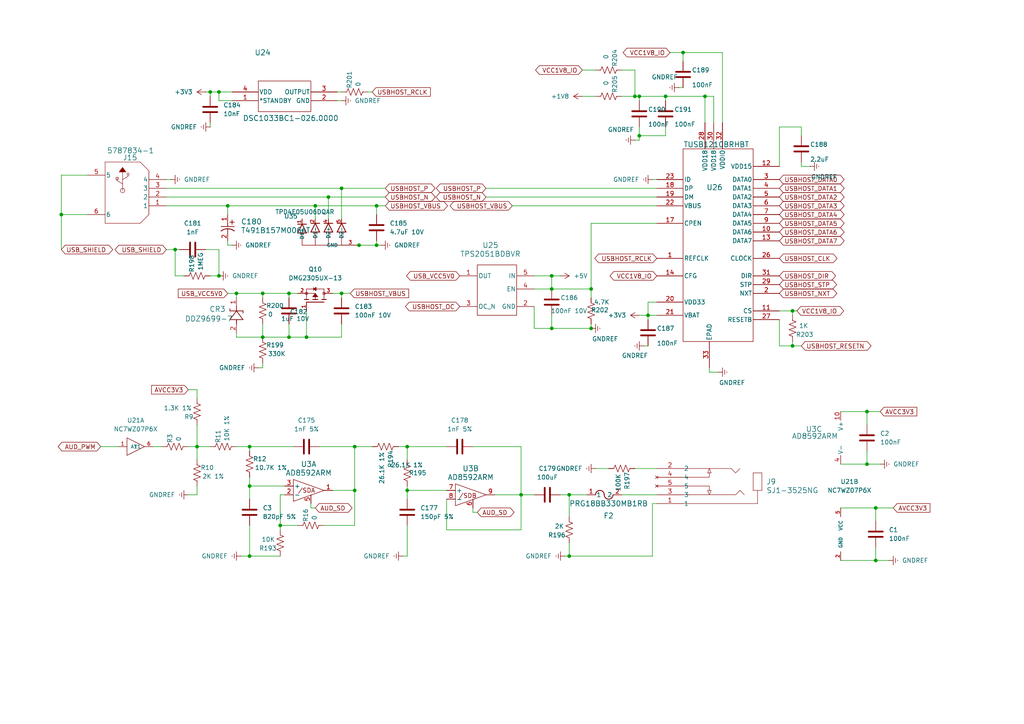
<source format=kicad_sch>
(kicad_sch (version 20231120) (generator "eeschema") (generator_version "8.0")
  (paper "A4")
  (lib_symbols
    (symbol "5787834:5787834-1" (pin_names (offset 0.254))
      (property "Reference" "J15" (at 8.89 0.0001 0))
      (property "Value" "5787834-1" (at 8.89 -2.5399 0))
      (symbol "5787834-1_1_1"
        (pin unspecified line (at 12.7 -5.08 180) (length 5.08) (name "1") (number "1"))
        (pin unspecified line (at 12.7 -2.54 180) (length 5.08) (name "2") (number "2"))
        (pin unspecified line (at 12.7 0 180) (length 5.08) (name "3") (number "3"))
        (pin unspecified line (at 12.7 2.54 180) (length 5.08) (name "4") (number "4"))
        (pin unspecified line (at -10.16 3.81 0) (length 5.08) (name "5") (number "5"))
        (pin unspecified line (at -10.16 -7.62 0) (length 5.08) (name "6") (number "6"))
      )
      (symbol "5787834-1_1_2"
        (pin unspecified line (at -10.16 5.08 0) (length 5.08) (name "1") (number "1"))
        (pin unspecified line (at -10.16 2.54 0) (length 5.08) (name "2") (number "2"))
        (pin unspecified line (at -10.16 0 0) (length 5.08) (name "3") (number "3"))
        (pin unspecified line (at -10.16 -2.54 0) (length 5.08) (name "4") (number "4"))
        (pin unspecified line (at -10.16 -5.08 0) (length 5.08) (name "5") (number "5"))
        (pin unspecified line (at -10.16 -7.62 0) (length 5.08) (name "6") (number "6"))
      )
    )
    (symbol "AD8592ARM:AD8592ARM" (pin_names (offset 0.254))
      (property "Reference" "U" (at 20.32 10.16 0))
      (property "Value" "AD8592ARM" (at 20.32 7.62 0))
      (symbol "AD8592ARM_1_1"
        (text "/SDA" (at -5.08 0 0) (effects (font (size 1.27 1.27))))
        (pin unspecified line (at 2.54 0 180) (length 2.54) (name "") (number "1"))
        (pin unspecified line (at -11.43 -1.27 0) (length 2.54) (name "-") (number "2"))
        (pin unspecified line (at -11.43 1.27 0) (length 2.54) (name "+") (number "3"))
        (pin unspecified line (at -3.81 -3.81 90) (length 2.54) (name "") (number "5"))
      )
      (symbol "AD8592ARM_2_1"
        (text "/SDB" (at -5.334 -0.254 0) (effects (font (size 1.27 1.27))))
        (pin unspecified line (at -3.81 -3.81 90) (length 2.54) (name "") (number "6"))
        (pin unspecified line (at -11.43 1.27 0) (length 2.54) (name "+") (number "7"))
        (pin unspecified line (at -11.43 -1.27 0) (length 2.54) (name "-") (number "8"))
        (pin unspecified line (at 2.54 0 180) (length 2.54) (name "") (number "9"))
      )
      (symbol "AD8592ARM_3_1"
        (pin power_in line (at -6.35 7.62 270) (length 2.54) (name "V+") (number "10"))
        (pin power_in line (at -6.35 -7.62 90) (length 2.54) (name "V-") (number "4"))
      )
    )
    (symbol "DDZ9699-7:DDZ9699-7" (pin_names (offset 0.254))
      (property "Reference" "CR" (at 5.08 4.445 0))
      (property "Value" "DDZ9699-7" (at 5.08 -3.81 0))
      (symbol "DDZ9699-7_0_1"
        (pin unspecified line (at 10.16 0 180) (length 2.54) (name "") (number "1"))
        (pin unspecified line (at 0 0 0) (length 2.54) (name "") (number "2"))
      )
    )
    (symbol "DMG2305UX-13:DMG2305UX-13" (pin_names (offset 1.016))
      (property "Reference" "Q10" (at 8.89 0 90))
      (property "Value" "DMG2305UX-13" (at 6.35 0 90))
      (symbol "DMG2305UX-13_0_0"
        (pin passive line (at -0.635 -2.54 180) (length 2.54) (name "~") (number "1"))
        (pin passive line (at -5.715 -5.08 90) (length 2.54) (name "~") (number "2"))
        (pin passive line (at -5.715 5.08 270) (length 2.54) (name "~") (number "3"))
      )
    )
    (symbol "DSC1033BC1:DSC1033BC1-026.0000" (pin_names (offset 0.254))
      (property "Reference" "U24" (at 25.4 10.16 0))
      (property "Value" "DSC1033BC1-026.0000" (at 25.4 7.62 0))
      (symbol "DSC1033BC1-026.0000_0_1"
        (pin input line (at 16.51 -3.81 0) (length 7.62) (name "*STANDBY") (number "1"))
        (pin power_out line (at 46.99 -3.81 180) (length 7.62) (name "GND") (number "2"))
        (pin output line (at 46.99 -1.27 180) (length 7.62) (name "OUTPUT") (number "3"))
        (pin power_in line (at 16.51 -1.27 0) (length 7.62) (name "VDD") (number "4"))
      )
    )
    (symbol "Device:C" (pin_numbers hide) (pin_names (offset 0.254))
      (property "Reference" "C" (at 0.635 2.54 0))
      (property "Value" "C" (at 0.635 -2.54 0))
      (symbol "C_1_1"
        (pin passive line (at 0 3.81 270) (length 2.794) (name "~") (number "1"))
        (pin passive line (at 0 -3.81 90) (length 2.794) (name "~") (number "2"))
      )
    )
    (symbol "Device:R_US" (pin_numbers hide) (pin_names (offset 0))
      (property "Reference" "R" (at 2.54 0 90))
      (property "Value" "R_US" (at -2.54 0 90))
      (symbol "R_US_1_1"
        (pin passive line (at 0 3.81 270) (length 1.27) (name "~") (number "1"))
        (pin passive line (at 0 -3.81 90) (length 1.27) (name "~") (number "2"))
      )
    )
    (symbol "NC7WZ07P6X_modified_1" (pin_names (offset 1.016))
      (property "Reference" "U3" (at -2.54 7.62 0))
      (property "Value" "NC7WZ07P6X" (at -2.54 5.08 0))
      (symbol "NC7WZ07P6X_modified_1_1_1"
        (pin input line (at -7.62 0 0) (length 2.54) hide (name "A1") (number "1"))
        (pin output line (at 2.54 0 180) (length 2.54) hide (name "Y1") (number "6"))
      )
      (symbol "NC7WZ07P6X_modified_1_2_0"
        (pin passive line (at -5.08 -15.24 90) (length 2.54) (name "GND") (number "2"))
        (pin power_in line (at -5.08 0 270) (length 2.54) (name "VCC") (number "5"))
      )
      (symbol "NC7WZ07P6X_modified_1_3_1"
        (pin input line (at -7.62 0 0) (length 2.54) (name "A2") (number "3"))
        (pin output line (at 2.54 0 180) (length 2.54) (name "Y2") (number "4"))
      )
    )
    (symbol "NC7WZ07P6X_modified_2" (pin_names (offset 1.016))
      (property "Reference" "U17" (at 0 12.7 0))
      (property "Value" "NC7WZ07P6X_modified" (at 0 10.16 0))
      (symbol "NC7WZ07P6X_modified_2_1_1"
        (pin input line (at -7.62 0 0) (length 2.54) (name "A1") (number "1"))
        (pin output line (at 2.54 0 180) (length 2.54) (name "Y1") (number "6"))
      )
      (symbol "NC7WZ07P6X_modified_2_2_0"
        (pin passive line (at -5.08 -15.24 90) (length 2.54) (name "GND") (number "2"))
        (pin power_in line (at -5.08 -1.27 270) (length 2.54) (name "VCC") (number "5"))
      )
      (symbol "NC7WZ07P6X_modified_2_3_1"
        (pin input line (at -7.62 0 0) (length 2.54) (name "A2") (number "3"))
        (pin output line (at 2.54 0 180) (length 2.54) (name "Y2") (number "4"))
      )
    )
    (symbol "PRG18BB330MB1RB:PRG18BB330MB1RB" (pin_names (offset 0.254))
      (property "Reference" "F" (at 5.08 3.175 0))
      (property "Value" "PRG18BB330MB1RB" (at 5.08 -3.175 0))
      (symbol "PRG18BB330MB1RB_1_1"
        (pin unspecified line (at 0 0 0) (length 2.54) (name "1") (number "1"))
        (pin unspecified line (at 10.16 0 180) (length 2.54) (name "2") (number "2"))
      )
      (symbol "PRG18BB330MB1RB_1_2"
        (pin unspecified line (at 0 0 90) (length 2.54) (name "1") (number "1"))
        (pin unspecified line (at 0 10.16 270) (length 2.54) (name "2") (number "2"))
      )
    )
    (symbol "SJ1-3525NG:SJ1-3525NG" (pin_names (offset 0.254))
      (property "Reference" "J9" (at -31.75 -6.3501 0))
      (property "Value" "SJ1-3525NG" (at -31.75 -3.8101 0))
      (symbol "SJ1-3525NG_0_1"
        (pin unspecified line (at 0 0 180) (length 7.62) (name "1") (number "1"))
        (pin unspecified line (at 0 -10.16 180) (length 7.62) (name "2") (number "2"))
        (pin unspecified line (at 0 -2.54 180) (length 7.62) (name "3") (number "3"))
      )
      (symbol "SJ1-3525NG_1_1"
        (pin no_connect line (at 0 -7.62 180) (length 7.62) (name "4") (number "4"))
        (pin no_connect line (at 0 -5.08 180) (length 7.62) (name "5") (number "5"))
      )
    )
    (symbol "T491B157M006AT:T491B157M006AT" (pin_names (offset 0.254))
      (property "Reference" "C" (at 3.81 3.81 0))
      (property "Value" "T491B157M006AT" (at 3.81 -3.81 0))
      (symbol "T491B157M006AT_1_1"
        (pin unspecified line (at 0 0 0) (length 2.54) (name "") (number "1"))
        (pin unspecified line (at 7.62 0 180) (length 2.54) (name "") (number "2"))
      )
      (symbol "T491B157M006AT_1_2"
        (pin unspecified line (at 0 0 270) (length 2.54) (name "") (number "1"))
        (pin unspecified line (at 0 -7.62 90) (length 2.54) (name "") (number "2"))
      )
    )
    (symbol "TP2S051BDBVR:TPS2051BDBVR" (pin_names (offset 0.254))
      (property "Reference" "U25" (at 0 15.24 0))
      (property "Value" "TPS2051BDBVR" (at 0 12.7 0))
      (symbol "TPS2051BDBVR_0_1"
        (pin power_in line (at -8.89 6.35 0) (length 5.08) (name "OUT") (number "1"))
        (pin power_in line (at 12.7 -2.54 180) (length 5.08) (name "GND") (number "2"))
        (pin open_collector line (at -8.89 -2.54 0) (length 5.08) (name "OC_N") (number "3"))
        (pin input line (at 12.7 2.54 180) (length 5.08) (name "EN") (number "4"))
        (pin power_in line (at 12.7 6.35 180) (length 5.08) (name "IN") (number "5"))
      )
    )
    (symbol "TPD4E05U06DQAR:TPD4E05U06DQAR" (pin_names (offset 1.016))
      (property "Reference" "U35" (at -8.89 0.762 0))
      (property "Value" "TPD4E05U06DQAR" (at 1.778 2.032 0))
      (symbol "TPD4E05U06DQAR_0_0"
        (pin power_in line (at 8.89 -7.62 180) (length 5.08) (name "GND") (number "3"))
      )
      (symbol "TPD4E05U06DQAR_1_0"
        (pin bidirectional line (at -7.62 0 270) (length 1.524) (name "D1+") (number "1"))
        (pin passive line (at -17.78 -17.78 0) (length 5.08) hide (name "NC_10") (number "10"))
        (pin bidirectional line (at -3.81 0 270) (length 1.27) (name "D1-") (number "2"))
        (pin bidirectional line (at 0 0 270) (length 1.27) (name "D2+") (number "4"))
        (pin bidirectional line (at 3.81 0 270) (length 1.27) (name "D2-") (number "5"))
        (pin passive line (at -17.78 -10.16 0) (length 5.08) hide (name "NC_6") (number "6"))
        (pin passive line (at -17.78 -12.7 0) (length 5.08) hide (name "NC_7") (number "7"))
        (pin power_in line (at 17.78 -22.86 180) (length 5.08) hide (name "GND__1") (number "8"))
        (pin passive line (at -17.78 -15.24 0) (length 5.08) hide (name "NC_9") (number "9"))
      )
    )
    (symbol "TUSB1210BRHBT:TUSB1210BRHBT" (pin_names (offset 0.254))
      (property "Reference" "U26" (at 35.56 10.16 0))
      (property "Value" "TUSB1210BRHBT" (at 35.56 7.62 0))
      (symbol "TUSB1210BRHBT_0_1"
        (pin input line (at 26.67 -39.37 0) (length 7.62) (name "REFCLK") (number "1"))
        (pin bidirectional line (at 62.23 -31.75 180) (length 7.62) (name "DATA6") (number "10"))
        (pin input line (at 62.23 -54.61 180) (length 7.62) (name "CS") (number "11"))
        (pin power_in line (at 62.23 -12.7 180) (length 7.62) (name "VDD15") (number "12"))
        (pin bidirectional line (at 62.23 -34.29 180) (length 7.62) (name "DATA7") (number "13"))
        (pin input line (at 26.67 -44.45 0) (length 7.62) (name "CFG") (number "14"))
        (pin output line (at 26.67 -29.21 0) (length 7.62) (name "CPEN") (number "17"))
        (pin bidirectional line (at 26.67 -19.05 0) (length 7.62) (name "DP") (number "18"))
        (pin bidirectional line (at 26.67 -21.59 0) (length 7.62) (name "DM") (number "19"))
        (pin output line (at 62.23 -49.53 180) (length 7.62) (name "NXT") (number "2"))
        (pin power_in line (at 26.67 -52.07 0) (length 7.62) (name "VDD33") (number "20"))
        (pin power_in line (at 26.67 -55.88 0) (length 7.62) (name "VBAT") (number "21"))
        (pin power_in line (at 26.67 -24.13 0) (length 7.62) (name "VBUS") (number "22"))
        (pin bidirectional line (at 26.67 -16.51 0) (length 7.62) (name "ID") (number "23"))
        (pin output line (at 62.23 -39.37 180) (length 7.62) (name "CLOCK") (number "26"))
        (pin input line (at 62.23 -57.15 180) (length 7.62) (name "RESETB") (number "27"))
        (pin input line (at 62.23 -46.99 180) (length 7.62) (name "STP") (number "29"))
        (pin bidirectional line (at 62.23 -16.51 180) (length 7.62) (name "DATA0") (number "3"))
        (pin output line (at 62.23 -44.45 180) (length 7.62) (name "DIR") (number "31"))
        (pin unspecified line (at 41.91 -71.12 90) (length 7.62) (name "EPAD") (number "33"))
        (pin bidirectional line (at 62.23 -19.05 180) (length 7.62) (name "DATA1") (number "4"))
        (pin bidirectional line (at 62.23 -21.59 180) (length 7.62) (name "DATA2") (number "5"))
        (pin bidirectional line (at 62.23 -24.13 180) (length 7.62) (name "DATA3") (number "6"))
        (pin bidirectional line (at 62.23 -26.67 180) (length 7.62) (name "DATA4") (number "7"))
        (pin bidirectional line (at 62.23 -29.21 180) (length 7.62) (name "DATA5") (number "9"))
      )
      (symbol "TUSB1210BRHBT_1_1"
        (pin unspecified line (at 124.46 -36.83 0) (length 7.62) hide (name "NC") (number "15"))
        (pin unspecified line (at 124.46 -39.37 0) (length 7.62) hide (name "NC") (number "16"))
        (pin unspecified line (at 127 -30.48 180) (length 7.62) hide (name "NC") (number "24"))
        (pin unspecified line (at 127 -27.94 180) (length 7.62) hide (name "NC") (number "25"))
        (pin power_in line (at 40.64 0 270) (length 7.62) (name "VDD18") (number "28"))
        (pin power_in line (at 43.18 0 270) (length 7.62) (name "VDD18") (number "30"))
        (pin power_in line (at 45.72 0 270) (length 7.62) (name "VDDIO") (number "32"))
        (pin unspecified line (at 127 -33.02 180) (length 7.62) hide (name "NC") (number "8"))
      )
    )
    (symbol "power:+1V8" (power) (pin_numbers hide) (pin_names (offset 0) hide)
      (property "Value" "+1V8" (at 0 3.556 0))
      (symbol "+1V8_1_1"
        (pin power_in line (at 0 0 90) (length 0) (name "~") (number "1"))
      )
    )
    (symbol "power:+3V3" (power) (pin_numbers hide) (pin_names (offset 0) hide)
      (property "Value" "+3V3" (at 0 3.556 0))
      (symbol "+3V3_1_1"
        (pin power_in line (at 0 0 90) (length 0) (name "~") (number "1"))
      )
    )
    (symbol "power:+5V" (power) (pin_numbers hide) (pin_names (offset 0) hide)
      (property "Value" "+5V" (at 0 3.556 0))
      (symbol "+5V_1_1"
        (pin power_in line (at 0 0 90) (length 0) (name "~") (number "1"))
      )
    )
    (symbol "power:GNDREF" (power) (pin_numbers hide) (pin_names (offset 0) hide)
      (property "Value" "GNDREF" (at 0 -3.81 0))
      (symbol "GNDREF_1_1"
        (pin power_in line (at 0 0 270) (length 0) (name "~") (number "1"))
      )
    )
  )
  (junction (at 104.14 71.12))
  (junction (at 171.45 83.82))
  (junction (at 165.1 143.51))
  (junction (at 160.02 83.82))
  (junction (at 102.87 129.54))
  (junction (at 76.2 85.09))
  (junction (at 165.1 161.29))
  (junction (at 229.87 100.33))
  (junction (at 187.96 91.44))
  (junction (at 184.15 27.94))
  (junction (at 109.22 59.69))
  (junction (at 160.02 95.25))
  (junction (at 160.02 80.01))
  (junction (at 17.78 62.23))
  (junction (at 118.11 129.54))
  (junction (at 63.5 80.01))
  (junction (at 83.82 85.09))
  (junction (at 171.45 95.25))
  (junction (at 76.2 97.79))
  (junction (at 204.47 27.94))
  (junction (at 198.12 15.24))
  (junction (at 66.04 59.69))
  (junction (at 63.5 26.67))
  (junction (at 88.9 97.79))
  (junction (at 72.39 129.54))
  (junction (at 109.22 71.12))
  (junction (at 72.39 161.29))
  (junction (at 254 147.32))
  (junction (at 99.06 85.09))
  (junction (at 229.87 90.17))
  (junction (at 60.96 26.67))
  (junction (at 99.06 54.61))
  (junction (at 251.46 134.62))
  (junction (at 118.11 142.24))
  (junction (at 185.42 39.37))
  (junction (at 151.13 143.51))
  (junction (at 50.8 72.39))
  (junction (at 254 162.56))
  (junction (at 185.42 27.94))
  (junction (at 83.82 97.79))
  (junction (at 72.39 140.97))
  (junction (at 81.28 152.4))
  (junction (at 68.58 85.09))
  (junction (at 91.44 59.69))
  (junction (at 251.46 119.38))
  (junction (at 193.04 27.94))
  (junction (at 102.87 142.24))
  (junction (at 57.15 129.54))
  (junction (at 95.25 57.15))
  (wire (pts (xy 99.06 85.09) (xy 96.52 85.09)))
  (wire (pts (xy 48.26 59.69) (xy 66.04 59.69)))
  (wire (pts (xy 165.1 157.48) (xy 165.1 161.29)))
  (wire (pts (xy 57.15 115.57) (xy 57.15 113.03)))
  (wire (pts (xy 48.26 57.15) (xy 95.25 57.15)))
  (wire (pts (xy 118.11 129.54) (xy 129.54 129.54)))
  (wire (pts (xy 90.17 147.32) (xy 91.44 147.32)))
  (wire (pts (xy 106.68 26.67) (xy 107.95 26.67)))
  (wire (pts (xy 109.22 62.23) (xy 109.22 59.69)))
  (wire (pts (xy 99.06 85.09) (xy 101.6 85.09)))
  (wire (pts (xy 63.5 26.67) (xy 67.31 26.67)))
  (wire (pts (xy 187.96 91.44) (xy 187.96 92.71)))
  (wire (pts (xy 180.34 20.32) (xy 184.15 20.32)))
  (wire (pts (xy 160.02 95.25) (xy 171.45 95.25)))
  (wire (pts (xy 165.1 149.86) (xy 165.1 143.51)))
  (wire (pts (xy 69.85 161.29) (xy 72.39 161.29)))
  (wire (pts (xy 54.61 143.51) (xy 57.15 143.51)))
  (wire (pts (xy 160.02 80.01) (xy 160.02 83.82)))
  (wire (pts (xy 190.5 87.63) (xy 187.96 87.63)))
  (wire (pts (xy 25.4 50.8) (xy 17.78 50.8)))
  (wire (pts (xy 189.23 161.29) (xy 165.1 161.29)))
  (wire (pts (xy 57.15 129.54) (xy 57.15 133.35)))
  (wire (pts (xy 229.87 99.06) (xy 229.87 100.33)))
  (wire (pts (xy 116.84 161.29) (xy 118.11 161.29)))
  (wire (pts (xy 118.11 142.24) (xy 129.54 142.24)))
  (wire (pts (xy 72.39 138.43) (xy 72.39 140.97)))
  (wire (pts (xy 251.46 119.38) (xy 255.27 119.38)))
  (wire (pts (xy 254 147.32) (xy 254 151.13)))
  (wire (pts (xy 234.95 48.26) (xy 232.41 48.26)))
  (wire (pts (xy 185.42 27.94) (xy 184.15 27.94)))
  (wire (pts (xy 226.06 100.33) (xy 229.87 100.33)))
  (wire (pts (xy 91.44 59.69) (xy 91.44 63.5)))
  (wire (pts (xy 99.06 54.61) (xy 99.06 63.5)))
  (wire (pts (xy 104.14 71.12) (xy 109.22 71.12)))
  (wire (pts (xy 189.23 146.05) (xy 189.23 161.29)))
  (wire (pts (xy 243.84 162.56) (xy 254 162.56)))
  (wire (pts (xy 93.98 152.4) (xy 102.87 152.4)))
  (wire (pts (xy 102.87 142.24) (xy 96.52 142.24)))
  (wire (pts (xy 118.11 133.35) (xy 118.11 129.54)))
  (wire (pts (xy 185.42 91.44) (xy 187.96 91.44)))
  (wire (pts (xy 83.82 85.09) (xy 76.2 85.09)))
  (wire (pts (xy 129.54 144.78) (xy 129.54 153.67)))
  (wire (pts (xy 154.94 80.01) (xy 160.02 80.01)))
  (wire (pts (xy 83.82 85.09) (xy 86.36 85.09)))
  (wire (pts (xy 187.96 87.63) (xy 187.96 91.44)))
  (wire (pts (xy 57.15 129.54) (xy 60.96 129.54)))
  (wire (pts (xy 66.04 59.69) (xy 91.44 59.69)))
  (wire (pts (xy 97.79 29.21) (xy 99.06 29.21)))
  (wire (pts (xy 194.31 15.24) (xy 198.12 15.24)))
  (wire (pts (xy 72.39 129.54) (xy 68.58 129.54)))
  (wire (pts (xy 171.45 83.82) (xy 171.45 86.36)))
  (wire (pts (xy 60.96 26.67) (xy 63.5 26.67)))
  (wire (pts (xy 72.39 140.97) (xy 82.55 140.97)))
  (wire (pts (xy 59.69 26.67) (xy 60.96 26.67)))
  (wire (pts (xy 76.2 86.36) (xy 76.2 85.09)))
  (wire (pts (xy 209.55 35.56) (xy 209.55 15.24)))
  (wire (pts (xy 209.55 15.24) (xy 198.12 15.24)))
  (wire (pts (xy 83.82 86.36) (xy 83.82 85.09)))
  (wire (pts (xy 81.28 153.67) (xy 81.28 152.4)))
  (wire (pts (xy 99.06 54.61) (xy 111.76 54.61)))
  (wire (pts (xy 66.04 71.12) (xy 66.04 69.85)))
  (wire (pts (xy 226.06 48.26) (xy 226.06 36.83)))
  (wire (pts (xy 50.8 72.39) (xy 52.07 72.39)))
  (wire (pts (xy 165.1 161.29) (xy 163.83 161.29)))
  (wire (pts (xy 81.28 143.51) (xy 82.55 143.51)))
  (wire (pts (xy 180.34 143.51) (xy 190.5 143.51)))
  (wire (pts (xy 160.02 83.82) (xy 171.45 83.82)))
  (wire (pts (xy 205.74 107.95) (xy 208.28 107.95)))
  (wire (pts (xy 171.45 93.98) (xy 171.45 95.25)))
  (wire (pts (xy 207.01 27.94) (xy 204.47 27.94)))
  (wire (pts (xy 76.2 85.09) (xy 68.58 85.09)))
  (wire (pts (xy 184.15 135.89) (xy 190.5 135.89)))
  (wire (pts (xy 185.42 36.83) (xy 185.42 39.37)))
  (wire (pts (xy 88.9 90.17) (xy 88.9 97.79)))
  (wire (pts (xy 184.15 20.32) (xy 184.15 27.94)))
  (wire (pts (xy 151.13 153.67) (xy 151.13 143.51)))
  (wire (pts (xy 229.87 100.33) (xy 232.41 100.33)))
  (wire (pts (xy 57.15 143.51) (xy 57.15 140.97)))
  (wire (pts (xy 129.54 153.67) (xy 151.13 153.67)))
  (wire (pts (xy 72.39 129.54) (xy 85.09 129.54)))
  (wire (pts (xy 185.42 29.21) (xy 185.42 27.94)))
  (wire (pts (xy 57.15 113.03) (xy 54.61 113.03)))
  (wire (pts (xy 193.04 39.37) (xy 185.42 39.37)))
  (wire (pts (xy 99.06 97.79) (xy 88.9 97.79)))
  (wire (pts (xy 81.28 152.4) (xy 81.28 143.51)))
  (wire (pts (xy 251.46 119.38) (xy 251.46 123.19)))
  (wire (pts (xy 229.87 90.17) (xy 229.87 91.44)))
  (wire (pts (xy 243.84 147.32) (xy 254 147.32)))
  (wire (pts (xy 90.17 146.05) (xy 90.17 147.32)))
  (wire (pts (xy 72.39 130.81) (xy 72.39 129.54)))
  (wire (pts (xy 168.91 27.94) (xy 172.72 27.94)))
  (wire (pts (xy 63.5 29.21) (xy 63.5 26.67)))
  (wire (pts (xy 68.58 96.52) (xy 68.58 97.79)))
  (wire (pts (xy 63.5 80.01) (xy 60.96 80.01)))
  (wire (pts (xy 151.13 143.51) (xy 143.51 143.51)))
  (wire (pts (xy 154.94 83.82) (xy 160.02 83.82)))
  (wire (pts (xy 95.25 57.15) (xy 95.25 63.5)))
  (wire (pts (xy 66.04 85.09) (xy 68.58 85.09)))
  (wire (pts (xy 251.46 130.81) (xy 251.46 134.62)))
  (wire (pts (xy 232.41 36.83) (xy 232.41 39.37)))
  (wire (pts (xy 53.34 80.01) (xy 50.8 80.01)))
  (wire (pts (xy 109.22 71.12) (xy 109.22 69.85)))
  (wire (pts (xy 198.12 25.4) (xy 196.85 25.4)))
  (wire (pts (xy 102.87 129.54) (xy 107.95 129.54)))
  (wire (pts (xy 171.45 64.77) (xy 190.5 64.77)))
  (wire (pts (xy 48.26 52.07) (xy 49.53 52.07)))
  (wire (pts (xy 168.91 20.32) (xy 172.72 20.32)))
  (wire (pts (xy 97.79 26.67) (xy 99.06 26.67)))
  (wire (pts (xy 189.23 52.07) (xy 190.5 52.07)))
  (wire (pts (xy 72.39 161.29) (xy 72.39 152.4)))
  (wire (pts (xy 193.04 36.83) (xy 193.04 39.37)))
  (wire (pts (xy 102.87 152.4) (xy 102.87 142.24)))
  (wire (pts (xy 254 162.56) (xy 257.81 162.56)))
  (wire (pts (xy 25.4 62.23) (xy 17.78 62.23)))
  (wire (pts (xy 137.16 148.59) (xy 138.43 148.59)))
  (wire (pts (xy 162.56 143.51) (xy 165.1 143.51)))
  (wire (pts (xy 137.16 147.32) (xy 137.16 148.59)))
  (wire (pts (xy 50.8 80.01) (xy 50.8 72.39)))
  (wire (pts (xy 243.84 119.38) (xy 251.46 119.38)))
  (wire (pts (xy 251.46 134.62) (xy 255.27 134.62)))
  (wire (pts (xy 148.59 59.69) (xy 190.5 59.69)))
  (wire (pts (xy 254 147.32) (xy 259.08 147.32)))
  (wire (pts (xy 118.11 140.97) (xy 118.11 142.24)))
  (wire (pts (xy 232.41 48.26) (xy 232.41 46.99)))
  (wire (pts (xy 151.13 143.51) (xy 154.94 143.51)))
  (wire (pts (xy 226.06 90.17) (xy 229.87 90.17)))
  (wire (pts (xy 254 158.75) (xy 254 162.56)))
  (wire (pts (xy 54.61 129.54) (xy 57.15 129.54)))
  (wire (pts (xy 165.1 143.51) (xy 170.18 143.51)))
  (wire (pts (xy 99.06 93.98) (xy 99.06 97.79)))
  (wire (pts (xy 57.15 123.19) (xy 57.15 129.54)))
  (wire (pts (xy 60.96 26.67) (xy 60.96 27.94)))
  (wire (pts (xy 204.47 27.94) (xy 193.04 27.94)))
  (wire (pts (xy 160.02 80.01) (xy 162.56 80.01)))
  (wire (pts (xy 205.74 106.68) (xy 205.74 107.95)))
  (wire (pts (xy 118.11 142.24) (xy 118.11 144.78)))
  (wire (pts (xy 226.06 36.83) (xy 232.41 36.83)))
  (wire (pts (xy 151.13 129.54) (xy 151.13 143.51)))
  (wire (pts (xy 88.9 97.79) (xy 83.82 97.79)))
  (wire (pts (xy 109.22 59.69) (xy 111.76 59.69)))
  (wire (pts (xy 67.31 29.21) (xy 63.5 29.21)))
  (wire (pts (xy 92.71 129.54) (xy 102.87 129.54)))
  (wire (pts (xy 184.15 40.64) (xy 185.42 40.64)))
  (wire (pts (xy 154.94 95.25) (xy 160.02 95.25)))
  (wire (pts (xy 137.16 129.54) (xy 151.13 129.54)))
  (wire (pts (xy 207.01 35.56) (xy 207.01 27.94)))
  (wire (pts (xy 76.2 93.98) (xy 76.2 97.79)))
  (wire (pts (xy 74.93 106.68) (xy 76.2 106.68)))
  (wire (pts (xy 72.39 161.29) (xy 81.28 161.29)))
  (wire (pts (xy 68.58 85.09) (xy 68.58 86.36)))
  (wire (pts (xy 66.04 59.69) (xy 66.04 62.23)))
  (wire (pts (xy 109.22 71.12) (xy 110.49 71.12)))
  (wire (pts (xy 72.39 140.97) (xy 72.39 144.78)))
  (wire (pts (xy 81.28 152.4) (xy 86.36 152.4)))
  (wire (pts (xy 76.2 106.68) (xy 76.2 105.41)))
  (wire (pts (xy 184.15 27.94) (xy 180.34 27.94)))
  (wire (pts (xy 243.84 134.62) (xy 251.46 134.62)))
  (wire (pts (xy 83.82 97.79) (xy 76.2 97.79)))
  (wire (pts (xy 67.31 71.12) (xy 66.04 71.12)))
  (wire (pts (xy 91.44 59.69) (xy 109.22 59.69)))
  (wire (pts (xy 48.26 54.61) (xy 99.06 54.61)))
  (wire (pts (xy 17.78 62.23) (xy 17.78 72.39)))
  (wire (pts (xy 118.11 129.54) (xy 115.57 129.54)))
  (wire (pts (xy 229.87 90.17) (xy 231.14 90.17)))
  (wire (pts (xy 172.72 135.89) (xy 176.53 135.89)))
  (wire (pts (xy 63.5 72.39) (xy 63.5 80.01)))
  (wire (pts (xy 204.47 35.56) (xy 204.47 27.94)))
  (wire (pts (xy 193.04 29.21) (xy 193.04 27.94)))
  (wire (pts (xy 187.96 91.44) (xy 190.5 91.44)))
  (wire (pts (xy 29.21 129.54) (xy 34.29 129.54)))
  (wire (pts (xy 193.04 27.94) (xy 185.42 27.94)))
  (wire (pts (xy 190.5 146.05) (xy 189.23 146.05)))
  (wire (pts (xy 118.11 161.29) (xy 118.11 152.4)))
  (wire (pts (xy 60.96 35.56) (xy 60.96 36.83)))
  (wire (pts (xy 83.82 93.98) (xy 83.82 97.79)))
  (wire (pts (xy 44.45 129.54) (xy 46.99 129.54)))
  (wire (pts (xy 102.87 129.54) (xy 102.87 142.24)))
  (wire (pts (xy 186.69 100.33) (xy 187.96 100.33)))
  (wire (pts (xy 99.06 71.12) (xy 104.14 71.12)))
  (wire (pts (xy 48.26 72.39) (xy 50.8 72.39)))
  (wire (pts (xy 68.58 97.79) (xy 76.2 97.79)))
  (wire (pts (xy 154.94 88.9) (xy 154.94 95.25)))
  (wire (pts (xy 140.97 57.15) (xy 190.5 57.15)))
  (wire (pts (xy 226.06 92.71) (xy 226.06 100.33)))
  (wire (pts (xy 99.06 86.36) (xy 99.06 85.09)))
  (wire (pts (xy 140.97 54.61) (xy 190.5 54.61)))
  (wire (pts (xy 17.78 50.8) (xy 17.78 62.23)))
  (wire (pts (xy 171.45 83.82) (xy 171.45 64.77)))
  (wire (pts (xy 185.42 40.64) (xy 185.42 39.37)))
  (wire (pts (xy 59.69 72.39) (xy 63.5 72.39)))
  (wire (pts (xy 160.02 95.25) (xy 160.02 91.44)))
  (wire (pts (xy 95.25 57.15) (xy 111.76 57.15)))
  (wire (pts (xy 198.12 15.24) (xy 198.12 17.78)))
  (global_label "USB_SHIELD" (shape bidirectional) (at 48.26 72.39 180) (property "Intersheetrefs" "${INTERSHEET_REFS}" (effects (hide yes))))
  (global_label "USB_SHIELD" (shape bidirectional) (at 17.78 72.39 0) (property "Intersheetrefs" "${INTERSHEET_REFS}" (effects (hide yes))))
  (global_label "VCC1V8_IO" (shape bidirectional) (at 231.14 90.17 0) (property "Intersheetrefs" "${INTERSHEET_REFS}" (effects (hide yes))))
  (global_label "USBHOST_RCLK" (shape bidirectional) (at 190.5 74.93 180) (property "Intersheetrefs" "${INTERSHEET_REFS}" (effects (hide yes))))
  (global_label "USBHOST_DATA4" (shape bidirectional) (at 226.06 62.23 0) (property "Intersheetrefs" "${INTERSHEET_REFS}" (effects (hide yes))))
  (global_label "USBHOST_DATA5" (shape bidirectional) (at 226.06 64.77 0) (property "Intersheetrefs" "${INTERSHEET_REFS}" (effects (hide yes))))
  (global_label "USBHOST_DIR" (shape bidirectional) (at 226.06 80.01 0) (property "Intersheetrefs" "${INTERSHEET_REFS}" (effects (hide yes))))
  (global_label "AUD_SD" (shape bidirectional) (at 138.43 148.59 0) (property "Intersheetrefs" "${INTERSHEET_REFS}" (effects (hide yes))))
  (global_label "USBHOST_VBUS" (shape bidirectional) (at 148.59 59.69 180) (property "Intersheetrefs" "${INTERSHEET_REFS}" (effects (hide yes))))
  (global_label "USBHOST_CLK" (shape bidirectional) (at 226.06 74.93 0) (property "Intersheetrefs" "${INTERSHEET_REFS}" (effects (hide yes))))
  (global_label "USBHOST_OC" (shape bidirectional) (at 133.35 88.9 180) (property "Intersheetrefs" "${INTERSHEET_REFS}" (effects (hide yes))))
  (global_label "USBHOST_NXT" (shape bidirectional) (at 226.06 85.09 0) (property "Intersheetrefs" "${INTERSHEET_REFS}" (effects (hide yes))))
  (global_label "USBHOST_VBUS" (shape input) (at 101.6 85.09 0) (property "Intersheetrefs" "${INTERSHEET_REFS}" (effects (hide yes))))
  (global_label "AVCC3V3" (shape input) (at 259.08 147.32 0) (property "Intersheetrefs" "${INTERSHEET_REFS}" (effects (hide yes))))
  (global_label "USB_VCC5V0" (shape bidirectional) (at 133.35 80.01 180) (property "Intersheetrefs" "${INTERSHEET_REFS}" (effects (hide yes))))
  (global_label "USBHOST_P" (shape bidirectional) (at 111.76 54.61 0) (property "Intersheetrefs" "${INTERSHEET_REFS}" (effects (hide yes))))
  (global_label "AUD_PWM" (shape bidirectional) (at 29.21 129.54 180) (property "Intersheetrefs" "${INTERSHEET_REFS}" (effects (hide yes))))
  (global_label "VCC1V8_IO" (shape bidirectional) (at 190.5 80.01 180) (property "Intersheetrefs" "${INTERSHEET_REFS}" (effects (hide yes))))
  (global_label "VCC1V8_IO" (shape bidirectional) (at 194.31 15.24 180) (property "Intersheetrefs" "${INTERSHEET_REFS}" (effects (hide yes))))
  (global_label "USBHOST_RESETN" (shape bidirectional) (at 232.41 100.33 0) (property "Intersheetrefs" "${INTERSHEET_REFS}" (effects (hide yes))))
  (global_label "AUD_SD" (shape bidirectional) (at 91.44 147.32 0) (property "Intersheetrefs" "${INTERSHEET_REFS}" (effects (hide yes))))
  (global_label "USBHOST_DATA2" (shape bidirectional) (at 226.06 57.15 0) (property "Intersheetrefs" "${INTERSHEET_REFS}" (effects (hide yes))))
  (global_label "USBHOST_DATA3" (shape bidirectional) (at 226.06 59.69 0) (property "Intersheetrefs" "${INTERSHEET_REFS}" (effects (hide yes))))
  (global_label "VCC1V8_IO" (shape bidirectional) (at 168.91 20.32 180) (property "Intersheetrefs" "${INTERSHEET_REFS}" (effects (hide yes))))
  (global_label "USBHOST_P" (shape bidirectional) (at 140.97 54.61 180) (property "Intersheetrefs" "${INTERSHEET_REFS}" (effects (hide yes))))
  (global_label "USBHOST_VBUS" (shape bidirectional) (at 111.76 59.69 0) (property "Intersheetrefs" "${INTERSHEET_REFS}" (effects (hide yes))))
  (global_label "USBHOST_N" (shape bidirectional) (at 140.97 57.15 180) (property "Intersheetrefs" "${INTERSHEET_REFS}" (effects (hide yes))))
  (global_label "USBHOST_DATA6" (shape bidirectional) (at 226.06 67.31 0) (property "Intersheetrefs" "${INTERSHEET_REFS}" (effects (hide yes))))
  (global_label "USBHOST_RCLK" (shape input) (at 107.95 26.67 0) (property "Intersheetrefs" "${INTERSHEET_REFS}" (effects (hide yes))))
  (global_label "USBHOST_STP" (shape bidirectional) (at 226.06 82.55 0) (property "Intersheetrefs" "${INTERSHEET_REFS}" (effects (hide yes))))
  (global_label "USBHOST_DATA0" (shape bidirectional) (at 226.06 52.07 0) (property "Intersheetrefs" "${INTERSHEET_REFS}" (effects (hide yes))))
  (global_label "AVCC3V3" (shape input) (at 54.61 113.03 180) (property "Intersheetrefs" "${INTERSHEET_REFS}" (effects (hide yes))))
  (global_label "USBHOST_DATA7" (shape bidirectional) (at 226.06 69.85 0) (property "Intersheetrefs" "${INTERSHEET_REFS}" (effects (hide yes))))
  (global_label "USBHOST_DATA1" (shape bidirectional) (at 226.06 54.61 0) (property "Intersheetrefs" "${INTERSHEET_REFS}" (effects (hide yes))))
  (global_label "USB_VCC5V0" (shape input) (at 66.04 85.09 180) (property "Intersheetrefs" "${INTERSHEET_REFS}" (effects (hide yes))))
  (global_label "AVCC3V3" (shape input) (at 255.27 119.38 0) (property "Intersheetrefs" "${INTERSHEET_REFS}" (effects (hide yes))))
  (global_label "USBHOST_N" (shape bidirectional) (at 111.76 57.15 0) (property "Intersheetrefs" "${INTERSHEET_REFS}" (effects (hide yes))))
  (symbol (lib_id "power:GNDREF") (at 171.45 95.25 90) (unit 1)
    (property "Reference" "#PWR0255" (effects (hide yes)))
    (property "Value" "GNDREF" (at 171.704 98.298 90) (effects (justify right)))
    (property "Description" "Power symbol creates a global label with name \"GNDREF\" , reference supply ground" (effects (hide yes)))
  )
  (symbol (lib_id "power:GNDREF") (at 99.06 29.21 90) (unit 1)
    (property "Reference" "#PWR0250" (effects (hide yes)))
    (property "Value" "GNDREF" (at 102.87 29.2099 90) (effects (justify right)))
    (property "Description" "Power symbol creates a global label with name \"GNDREF\" , reference supply ground" (effects (hide yes)))
  )
  (symbol (lib_id "T491B157M006AT:T491B157M006AT") (at 66.04 62.23 270) (unit 1)
    (property "Reference" "C180" (at 69.85 64.2873 90) (effects (font (size 1.524 1.524)) (justify left)))
    (property "Value" "T491B157M006AT" (at 69.85 66.8273 90) (effects (font (size 1.524 1.524)) (justify left)))
    (property "Footprint" "footprints:CAPMP3.7X2.8_2.1N_KEM" (effects (hide yes)))
    (property "Datasheet" "T491B157M006AT" (effects (hide yes)))
  )
  (symbol (lib_id "TPD4E05U06DQAR:TPD4E05U06DQAR") (at 95.25 63.5 0) (unit 1)
    (property "Reference" "U35" (at 86.36 62.738 0) (effects (justify right)))
    (property "Value" "TPD4E05U06DQAR" (at 97.028 61.468 0) (effects (justify right)))
    (property "Footprint" "footprints:IC_TPD4E05U06DQAR" (effects (hide yes)))
    (property "PARTREV" "N" (effects (hide yes)))
    (property "SNAPEDA_PN" "TPD4E05U06DQAR" (effects (hide yes)))
    (property "MANUFACTURER" "Texas Instruments" (effects (hide yes)))
    (property "MAXIMUM_PACKAGE_HEIGHT" "0.55 mm" (effects (hide yes)))
    (property "STANDARD" "Manufacturer Recommendations" (effects (hide yes)))
  )
  (symbol (lib_id "Device:C") (at 133.35 129.54 90) (unit 1)
    (property "Reference" "C178" (at 133.35 121.92 90))
    (property "Value" "1nF 5%" (at 133.35 124.46 90))
    (property "Footprint" "footprints:C_0402" (effects (hide yes)))
    (property "Description" "Unpolarized capacitor" (effects (hide yes)))
  )
  (symbol (lib_id "power:GNDREF") (at 69.85 161.29 270) (unit 1)
    (property "Reference" "#PWR0241" (effects (hide yes)))
    (property "Value" "GNDREF" (at 66.04 161.2899 90) (effects (justify right)))
    (property "Description" "Power symbol creates a global label with name \"GNDREF\" , reference supply ground" (effects (hide yes)))
  )
  (symbol (lib_id "Device:R_US") (at 165.1 153.67 180) (unit 1)
    (property "Reference" "R196" (at 164.084 155.194 0) (effects (justify left)))
    (property "Value" "2K" (at 163.576 152.654 0) (effects (justify left)))
    (property "Footprint" "footprints:R_0402" (effects (hide yes)))
    (property "Description" "Resistor, US symbol" (effects (hide yes)))
  )
  (symbol (lib_id "Device:C") (at 232.41 43.18 180) (unit 1)
    (property "Reference" "C188" (at 234.95 41.91 0) (effects (justify right)))
    (property "Value" "2.2uF" (at 234.95 46.228 0) (effects (justify right)))
    (property "Footprint" "footprints:C_0402" (effects (hide yes)))
    (property "Description" "Unpolarized capacitor" (effects (hide yes)))
  )
  (symbol (lib_id "power:+5V") (at 162.56 80.01 270) (unit 1)
    (property "Reference" "#PWR0254" (effects (hide yes)))
    (property "Value" "+5V" (at 166.37 80.0099 90) (effects (justify left)))
    (property "Description" "Power symbol creates a global label with name \"+5V\"" (effects (hide yes)))
  )
  (symbol (lib_id "Device:C") (at 83.82 90.17 180) (unit 1)
    (property "Reference" "C182" (at 84.074 90.424 0) (effects (justify right)))
    (property "Value" "1uF 10V" (at 81.534 92.456 0) (effects (justify right)))
    (property "Footprint" "footprints:C_0402" (effects (hide yes)))
    (property "Description" "Unpolarized capacitor" (effects (hide yes)))
  )
  (symbol (lib_id "power:+1V8") (at 168.91 27.94 90) (unit 1)
    (property "Reference" "#PWR0261" (effects (hide yes)))
    (property "Value" "+1V8" (at 165.1 27.9399 90) (effects (justify left)))
    (property "Description" "Power symbol creates a global label with name \"+1V8\"" (effects (hide yes)))
  )
  (symbol (lib_id "Device:C") (at 72.39 148.59 0) (unit 1)
    (property "Reference" "C3" (at 76.2 147.3199 0) (effects (justify left)))
    (property "Value" "820pF 5%" (at 76.2 149.8599 0) (effects (justify left)))
    (property "Footprint" "footprints:C_0402" (effects (hide yes)))
    (property "Description" "Unpolarized capacitor" (effects (hide yes)))
  )
  (symbol (lib_id "power:GNDREF") (at 172.72 135.89 270) (unit 1)
    (property "Reference" "#PWR0244" (effects (hide yes)))
    (property "Value" "GNDREF" (at 168.91 135.8899 90) (effects (justify right)))
    (property "Description" "Power symbol creates a global label with name \"GNDREF\" , reference supply ground" (effects (hide yes)))
  )
  (symbol (lib_id "Device:R_US") (at 57.15 137.16 0) (unit 1)
    (property "Reference" "R10" (at 58.166 135.636 0) (effects (justify left)))
    (property "Value" "2K 1%" (at 58.674 138.176 0) (effects (justify left)))
    (property "Footprint" "footprints:R_0402" (effects (hide yes)))
    (property "Description" "Resistor, US symbol" (effects (hide yes)))
  )
  (symbol (lib_id "TUSB1210BRHBT:TUSB1210BRHBT") (at 163.83 35.56 0) (unit 1)
    (property "Reference" "U26" (at 207.264 54.356 0) (effects (font (size 1.524 1.524))))
    (property "Value" "TUSB1210BRHBT" (at 207.772 41.91 0) (effects (font (size 1.524 1.524))))
    (property "Footprint" "footprints:RHB32_3P45X3P45" (effects (hide yes)))
    (property "Datasheet" "TUSB1210BRHBT" (effects (hide yes)))
  )
  (symbol (lib_id "5787834:5787834-1") (at 35.56 54.61 0) (unit 1)
    (property "Reference" "J15" (at 35.56 45.72 0) (effects (font (size 1.524 1.524)) (justify left)))
    (property "Value" "5787834-1" (at 30.988 43.688 0) (effects (font (size 1.524 1.524)) (justify left)))
    (property "Footprint" "footprints:CONN4_5787834-1_TEC" (effects (hide yes)))
    (property "Datasheet" "5787834-1" (effects (hide yes)))
  )
  (symbol (lib_id "power:GNDREF") (at 116.84 161.29 270) (unit 1)
    (property "Reference" "#PWR0242" (effects (hide yes)))
    (property "Value" "GNDREF" (at 113.03 161.2899 90) (effects (justify right)))
    (property "Description" "Power symbol creates a global label with name \"GNDREF\" , reference supply ground" (effects (hide yes)))
  )
  (symbol (lib_id "Device:R_US") (at 180.34 135.89 270) (unit 1)
    (property "Reference" "R197" (at 181.864 136.906 0) (effects (justify left)))
    (property "Value" "100K" (at 179.324 137.414 0) (effects (justify left)))
    (property "Footprint" "footprints:R_0402" (effects (hide yes)))
    (property "Description" "Resistor, US symbol" (effects (hide yes)))
  )
  (symbol (lib_id "Device:C") (at 254 154.94 0) (unit 1)
    (property "Reference" "C1" (at 257.81 153.6699 0) (effects (justify left)))
    (property "Value" "100nF" (at 257.81 156.2099 0) (effects (justify left)))
    (property "Footprint" "footprints:C_0402" (effects (hide yes)))
    (property "Description" "Unpolarized capacitor" (effects (hide yes)))
  )
  (symbol (lib_id "power:GNDREF") (at 208.28 107.95 90) (unit 1)
    (property "Reference" "#PWR0258" (effects (hide yes)))
    (property "Value" "GNDREF" (at 208.534 110.998 90) (effects (justify right)))
    (property "Description" "Power symbol creates a global label with name \"GNDREF\" , reference supply ground" (effects (hide yes)))
  )
  (symbol (lib_id "SJ1-3525NG:SJ1-3525NG") (at 190.5 146.05 180) (unit 1)
    (property "Reference" "J9" (at 222.25 139.6999 0) (effects (font (size 1.524 1.524)) (justify right)))
    (property "Value" "SJ1-3525NG" (at 222.25 142.2399 0) (effects (font (size 1.524 1.524)) (justify right)))
    (property "Footprint" "footprints:SJ1-3525NG_CUD" (effects (hide yes)))
    (property "Datasheet" "SJ1-3525NG" (effects (hide yes)))
  )
  (symbol (lib_id "Device:R_US") (at 50.8 129.54 90) (unit 1)
    (property "Reference" "R3" (at 49.276 128.524 0) (effects (justify left)))
    (property "Value" "0" (at 51.816 128.016 0) (effects (justify left)))
    (property "Footprint" "footprints:R_0402" (effects (hide yes)))
    (property "Description" "Resistor, US symbol" (effects (hide yes)))
  )
  (symbol (lib_id "power:GNDREF") (at 60.96 36.83 270) (unit 1)
    (property "Reference" "#PWR0249" (effects (hide yes)))
    (property "Value" "GNDREF" (at 57.15 36.8299 90) (effects (justify right)))
    (property "Description" "Power symbol creates a global label with name \"GNDREF\" , reference supply ground" (effects (hide yes)))
  )
  (symbol (lib_name "NC7WZ07P6X_modified_2") (lib_id "NC7WZ07P6X:NC7WZ07P6X_modified") (at 41.91 129.54 0) (unit 1)
    (property "Reference" "U21" (at 39.37 121.92 0))
    (property "Value" "NC7WZ07P6X" (at 39.37 124.46 0))
    (property "Footprint" "footprints:NC7WZ07P6X" (effects (hide yes)))
    (property "SUPPLIER" "FAIRCHILD SEMICONDUCTOR" (effects (hide yes)))
    (property "OC_FARNELL" "1470998" (effects (hide yes)))
    (property "OC_NEWARK" "58K9469" (effects (hide yes)))
    (property "MPN" "NC7WZ07P6X" (effects (hide yes)))
    (property "PACKAGE" "SC-70-6" (effects (hide yes)))
  )
  (symbol (lib_id "power:GNDREF") (at 67.31 71.12 90) (unit 1)
    (property "Reference" "#PWR0247" (effects (hide yes)))
    (property "Value" "GNDREF" (at 71.12 71.1199 90) (effects (justify right)))
    (property "Description" "Power symbol creates a global label with name \"GNDREF\" , reference supply ground" (effects (hide yes)))
  )
  (symbol (lib_id "Device:C") (at 109.22 66.04 180) (unit 1)
    (property "Reference" "C185" (at 113.03 64.7699 0) (effects (justify right)))
    (property "Value" "4.7uF 10V" (at 113.03 67.3099 0) (effects (justify right)))
    (property "Footprint" "footprints:C_0402" (effects (hide yes)))
    (property "Description" "Unpolarized capacitor" (effects (hide yes)))
  )
  (symbol (lib_id "Device:C") (at 198.12 21.59 180) (unit 1)
    (property "Reference" "C189" (at 200.66 20.32 0) (effects (justify right)))
    (property "Value" "100nF" (at 200.66 24.638 0) (effects (justify right)))
    (property "Footprint" "footprints:C_0402" (effects (hide yes)))
    (property "Description" "Unpolarized capacitor" (effects (hide yes)))
  )
  (symbol (lib_id "Device:C") (at 99.06 90.17 180) (unit 1)
    (property "Reference" "C183" (at 102.87 88.8999 0) (effects (justify right)))
    (property "Value" "100nF 10V" (at 102.87 91.4399 0) (effects (justify right)))
    (property "Footprint" "footprints:C_0402" (effects (hide yes)))
    (property "Description" "Unpolarized capacitor" (effects (hide yes)))
  )
  (symbol (lib_id "DMG2305UX-13:DMG2305UX-13") (at 91.44 90.805 270) (unit 1)
    (property "Reference" "Q10" (at 91.44 78.105 90))
    (property "Value" "DMG2305UX-13" (at 91.44 80.645 90))
    (property "Footprint" "DMG2305UX_13:SOT91P240X110-3N" (effects (hide yes)))
    (property "PARTREV" "09/2018" (effects (hide yes)))
    (property "MANUFACTURER" "Diodes Inc." (effects (hide yes)))
    (property "MAXIMUM_PACKAGE_HEIGHT" "1.1mm" (effects (hide yes)))
    (property "STANDARD" "IPC-7351B" (effects (hide yes)))
  )
  (symbol (lib_id "DDZ9699-7:DDZ9699-7") (at 68.58 96.52 90) (unit 1)
    (property "Reference" "CR3" (at 60.706 89.662 90) (effects (font (size 1.524 1.524)) (justify right)))
    (property "Value" "DDZ9699-7" (at 53.594 92.456 90) (effects (font (size 1.524 1.524)) (justify right)))
    (property "Footprint" "footprints:ZDO_SOD123_DIO" (effects (hide yes)))
    (property "Datasheet" "DDZ9699-7" (effects (hide yes)))
  )
  (symbol (lib_id "Device:C") (at 187.96 96.52 180) (unit 1)
    (property "Reference" "C187" (at 190.5 95.25 0) (effects (justify right)))
    (property "Value" "100nF" (at 190.5 99.568 0) (effects (justify right)))
    (property "Footprint" "footprints:C_0402" (effects (hide yes)))
    (property "Description" "Unpolarized capacitor" (effects (hide yes)))
  )
  (symbol (lib_id "Device:R_US") (at 118.11 137.16 180) (unit 1)
    (property "Reference" "R195" (at 123.698 137.16 0) (effects (justify left)))
    (property "Value" "26.1K 1%" (at 122.682 134.874 0) (effects (justify left)))
    (property "Footprint" "footprints:R_0402" (effects (hide yes)))
    (property "Description" "Resistor, US symbol" (effects (hide yes)))
  )
  (symbol (lib_id "Device:C") (at 118.11 148.59 0) (unit 1)
    (property "Reference" "C177" (at 121.92 147.3199 0) (effects (justify left)))
    (property "Value" "150pF 5%" (at 121.92 149.8599 0) (effects (justify left)))
    (property "Footprint" "footprints:C_0402" (effects (hide yes)))
    (property "Description" "Unpolarized capacitor" (effects (hide yes)))
  )
  (symbol (lib_id "Device:R_US") (at 176.53 20.32 270) (unit 1)
    (property "Reference" "R204" (at 178.308 14.224 0) (effects (justify left)))
    (property "Value" "0" (at 175.768 15.748 0) (effects (justify left)))
    (property "Footprint" "footprints:R_0402" (effects (hide yes)))
    (property "Description" "Resistor, US symbol" (effects (hide yes)))
  )
  (symbol (lib_id "AD8592ARM:AD8592ARM") (at 93.98 142.24 0) (unit 1)
    (property "Reference" "U3" (at 89.535 134.62 0) (effects (font (size 1.524 1.524))))
    (property "Value" "AD8592ARM" (at 89.535 137.16 0) (effects (font (size 1.524 1.524))))
    (property "Footprint" "footprints:RM_10_ADI" (effects (hide yes)))
    (property "Datasheet" "AD8592ARM" (effects (hide yes)))
  )
  (symbol (lib_id "power:GNDREF") (at 234.95 48.26 90) (unit 1)
    (property "Reference" "#PWR0259" (effects (hide yes)))
    (property "Value" "GNDREF" (at 235.204 51.308 90) (effects (justify right)))
    (property "Description" "Power symbol creates a global label with name \"GNDREF\" , reference supply ground" (effects (hide yes)))
  )
  (symbol (lib_id "Device:C") (at 251.46 127 0) (unit 1)
    (property "Reference" "C2" (at 255.27 125.7299 0) (effects (justify left)))
    (property "Value" "100nF" (at 255.27 128.2699 0) (effects (justify left)))
    (property "Footprint" "footprints:C_0402" (effects (hide yes)))
    (property "Description" "Unpolarized capacitor" (effects (hide yes)))
  )
  (symbol (lib_id "Device:R_US") (at 81.28 157.48 180) (unit 1)
    (property "Reference" "R193" (at 80.264 159.004 0) (effects (justify left)))
    (property "Value" "10K" (at 79.756 156.464 0) (effects (justify left)))
    (property "Footprint" "footprints:R_0402" (effects (hide yes)))
    (property "Description" "Resistor, US symbol" (effects (hide yes)))
  )
  (symbol (lib_id "Device:R_US") (at 76.2 101.6 0) (unit 1)
    (property "Reference" "R199" (at 77.216 100.076 0) (effects (justify left)))
    (property "Value" "330K" (at 77.724 102.616 0) (effects (justify left)))
    (property "Footprint" "footprints:R_0402" (effects (hide yes)))
    (property "Description" "Resistor, US symbol" (effects (hide yes)))
  )
  (symbol (lib_id "power:GNDREF") (at 196.85 25.4 270) (unit 1)
    (property "Reference" "#PWR0260" (effects (hide yes)))
    (property "Value" "GNDREF" (at 196.596 22.352 90) (effects (justify right)))
    (property "Description" "Power symbol creates a global label with name \"GNDREF\" , reference supply ground" (effects (hide yes)))
  )
  (symbol (lib_id "Device:R_US") (at 76.2 90.17 0) (unit 1)
    (property "Reference" "R200" (at 77.216 88.646 0) (effects (justify left)))
    (property "Value" "0" (at 77.724 91.186 0) (effects (justify left)))
    (property "Footprint" "footprints:R_0402" (effects (hide yes)))
    (property "Description" "Resistor, US symbol" (effects (hide yes)))
  )
  (symbol (lib_name "NC7WZ07P6X_modified_1") (lib_id "NC7WZ07P6X:NC7WZ07P6X_modified") (at 248.92 147.32 0) (unit 2)
    (property "Reference" "U21" (at 246.38 139.7 0))
    (property "Value" "NC7WZ07P6X" (at 246.38 142.24 0))
    (property "Footprint" "footprints:NC7WZ07P6X" (effects (hide yes)))
    (property "SUPPLIER" "FAIRCHILD SEMICONDUCTOR" (effects (hide yes)))
    (property "OC_FARNELL" "1470998" (effects (hide yes)))
    (property "OC_NEWARK" "58K9469" (effects (hide yes)))
    (property "MPN" "NC7WZ07P6X" (effects (hide yes)))
    (property "PACKAGE" "SC-70-6" (effects (hide yes)))
  )
  (symbol (lib_id "power:GNDREF") (at 257.81 162.56 90) (unit 1)
    (property "Reference" "#PWR0239" (effects (hide yes)))
    (property "Value" "GNDREF" (at 261.62 162.5599 90) (effects (justify right)))
    (property "Description" "Power symbol creates a global label with name \"GNDREF\" , reference supply ground" (effects (hide yes)))
  )
  (symbol (lib_id "PRG18BB330MB1RB:PRG18BB330MB1RB") (at 170.18 143.51 0) (unit 1)
    (property "Reference" "F2" (at 176.53 149.606 0) (effects (font (size 1.524 1.524))))
    (property "Value" "PRG18BB330MB1RB" (at 176.53 146.05 0) (effects (font (size 1.524 1.524))))
    (property "Footprint" "footprints:FUSE_PRG-18_MUR" (effects (hide yes)))
    (property "Datasheet" "PRG18BB330MB1RB" (effects (hide yes)))
  )
  (symbol (lib_id "power:GNDREF") (at 110.49 71.12 90) (unit 1)
    (property "Reference" "#PWR0251" (effects (hide yes)))
    (property "Value" "GNDREF" (at 114.3 71.1199 90) (effects (justify right)))
    (property "Description" "Power symbol creates a global label with name \"GNDREF\" , reference supply ground" (effects (hide yes)))
  )
  (symbol (lib_id "DSC1033BC1:DSC1033BC1-026.0000") (at 50.8 25.4 0) (unit 1)
    (property "Reference" "U24" (at 76.2 15.24 0) (effects (font (size 1.524 1.524))))
    (property "Value" "DSC1033BC1-026.0000" (at 84.328 34.29 0) (effects (font (size 1.524 1.524))))
    (property "Footprint" "footprints:QFN4_5X3P2_MCH" (effects (hide yes)))
    (property "Datasheet" "DSC1033BC1-026.0000" (effects (hide yes)))
  )
  (symbol (lib_id "Device:C") (at 55.88 72.39 90) (unit 1)
    (property "Reference" "C181" (at 55.88 64.77 90))
    (property "Value" "1nF" (at 55.88 67.31 90))
    (property "Footprint" "footprints:C_0402" (effects (hide yes)))
    (property "Description" "Unpolarized capacitor" (effects (hide yes)))
  )
  (symbol (lib_id "power:GNDREF") (at 186.69 100.33 270) (unit 1)
    (property "Reference" "#PWR0257" (effects (hide yes)))
    (property "Value" "GNDREF" (at 187.96 103.124 90) (effects (justify right)))
    (property "Description" "Power symbol creates a global label with name \"GNDREF\" , reference supply ground" (effects (hide yes)))
  )
  (symbol (lib_id "power:GNDREF") (at 184.15 40.64 270) (unit 1)
    (property "Reference" "#PWR0262" (effects (hide yes)))
    (property "Value" "GNDREF" (at 183.896 37.592 90) (effects (justify right)))
    (property "Description" "Power symbol creates a global label with name \"GNDREF\" , reference supply ground" (effects (hide yes)))
  )
  (symbol (lib_id "Device:C") (at 185.42 33.02 180) (unit 1)
    (property "Reference" "C190" (at 187.96 31.75 0) (effects (justify right)))
    (property "Value" "100nF" (at 187.96 36.068 0) (effects (justify right)))
    (property "Footprint" "footprints:C_0402" (effects (hide yes)))
    (property "Description" "Unpolarized capacitor" (effects (hide yes)))
  )
  (symbol (lib_id "Device:C") (at 158.75 143.51 90) (unit 1)
    (property "Reference" "C179" (at 158.75 135.89 90))
    (property "Value" "100uF" (at 158.75 138.43 90))
    (property "Footprint" "footprints:C_0402" (effects (hide yes)))
    (property "Description" "Unpolarized capacitor" (effects (hide yes)))
  )
  (symbol (lib_id "Device:R_US") (at 111.76 129.54 270) (unit 1)
    (property "Reference" "R194" (at 113.284 130.556 0) (effects (justify left)))
    (property "Value" "26.1K 1%" (at 110.744 131.064 0) (effects (justify left)))
    (property "Footprint" "footprints:R_0402" (effects (hide yes)))
    (property "Description" "Resistor, US symbol" (effects (hide yes)))
  )
  (symbol (lib_id "power:GNDREF") (at 74.93 106.68 270) (unit 1)
    (property "Reference" "#PWR0246" (effects (hide yes)))
    (property "Value" "GNDREF" (at 71.12 106.6799 90) (effects (justify right)))
    (property "Description" "Power symbol creates a global label with name \"GNDREF\" , reference supply ground" (effects (hide yes)))
  )
  (symbol (lib_id "Device:C") (at 88.9 129.54 90) (unit 1)
    (property "Reference" "C175" (at 88.9 121.92 90))
    (property "Value" "1nF 5%" (at 88.9 124.46 90))
    (property "Footprint" "footprints:C_0402" (effects (hide yes)))
    (property "Description" "Unpolarized capacitor" (effects (hide yes)))
  )
  (symbol (lib_id "power:GNDREF") (at 49.53 52.07 90) (unit 1)
    (property "Reference" "#PWR0252" (effects (hide yes)))
    (property "Value" "GNDREF" (at 53.34 52.0699 90) (effects (justify right)))
    (property "Description" "Power symbol creates a global label with name \"GNDREF\" , reference supply ground" (effects (hide yes)))
  )
  (symbol (lib_id "Device:R_US") (at 72.39 134.62 0) (unit 1)
    (property "Reference" "R12" (at 73.406 133.096 0) (effects (justify left)))
    (property "Value" "10.7K 1%" (at 73.914 135.636 0) (effects (justify left)))
    (property "Footprint" "footprints:R_0402" (effects (hide yes)))
    (property "Description" "Resistor, US symbol" (effects (hide yes)))
  )
  (symbol (lib_id "Device:R_US") (at 90.17 152.4 90) (unit 1)
    (property "Reference" "R16" (at 88.646 151.384 0) (effects (justify left)))
    (property "Value" "0" (at 91.186 150.876 0) (effects (justify left)))
    (property "Footprint" "footprints:R_0402" (effects (hide yes)))
    (property "Description" "Resistor, US symbol" (effects (hide yes)))
  )
  (symbol (lib_id "power:GNDREF") (at 255.27 134.62 90) (unit 1)
    (property "Reference" "#PWR0221" (effects (hide yes)))
    (property "Value" "GNDREF" (at 259.08 134.6199 90) (effects (justify right)))
    (property "Description" "Power symbol creates a global label with name \"GNDREF\" , reference supply ground" (effects (hide yes)))
  )
  (symbol (lib_id "AD8592ARM:AD8592ARM") (at 140.97 143.51 0) (unit 2)
    (property "Reference" "U3" (at 136.525 135.89 0) (effects (font (size 1.524 1.524))))
    (property "Value" "AD8592ARM" (at 136.525 138.43 0) (effects (font (size 1.524 1.524))))
    (property "Footprint" "footprints:RM_10_ADI" (effects (hide yes)))
    (property "Datasheet" "AD8592ARM" (effects (hide yes)))
  )
  (symbol (lib_id "power:GNDREF") (at 163.83 161.29 270) (unit 1)
    (property "Reference" "#PWR0243" (effects (hide yes)))
    (property "Value" "GNDREF" (at 160.02 161.2899 90) (effects (justify right)))
    (property "Description" "Power symbol creates a global label with name \"GNDREF\" , reference supply ground" (effects (hide yes)))
  )
  (symbol (lib_id "Device:R_US") (at 176.53 27.94 270) (unit 1)
    (property "Reference" "R205" (at 178.308 21.844 0) (effects (justify left)))
    (property "Value" "0" (at 175.768 23.368 0) (effects (justify left)))
    (property "Footprint" "footprints:R_0402" (effects (hide yes)))
    (property "Description" "Resistor, US symbol" (effects (hide yes)))
  )
  (symbol (lib_id "TP2S051BDBVR:TPS2051BDBVR") (at 142.24 86.36 0) (unit 1)
    (property "Reference" "U25" (at 142.24 71.12 0) (effects (font (size 1.524 1.524))))
    (property "Value" "TPS2051BDBVR" (at 142.24 73.66 0) (effects (font (size 1.524 1.524))))
    (property "Footprint" "footprints:DBV0005A_L" (effects (hide yes)))
    (property "Datasheet" "TPS2051BDBVR" (effects (hide yes)))
  )
  (symbol (lib_id "Device:C") (at 60.96 31.75 180) (unit 1)
    (property "Reference" "C184" (at 64.77 30.4799 0) (effects (justify right)))
    (property "Value" "10nF" (at 64.77 33.0199 0) (effects (justify right)))
    (property "Footprint" "footprints:C_0402" (effects (hide yes)))
    (property "Description" "Unpolarized capacitor" (effects (hide yes)))
  )
  (symbol (lib_id "Device:R_US") (at 57.15 119.38 180) (unit 1)
    (property "Reference" "R9" (at 56.134 120.904 0) (effects (justify left)))
    (property "Value" "1.3K 1%" (at 55.626 118.364 0) (effects (justify left)))
    (property "Footprint" "footprints:R_0402" (effects (hide yes)))
    (property "Description" "Resistor, US symbol" (effects (hide yes)))
  )
  (symbol (lib_id "Device:R_US") (at 64.77 129.54 90) (unit 1)
    (property "Reference" "R11" (at 63.246 128.524 0) (effects (justify left)))
    (property "Value" "10K 1%" (at 65.786 128.016 0) (effects (justify left)))
    (property "Footprint" "footprints:R_0402" (effects (hide yes)))
    (property "Description" "Resistor, US symbol" (effects (hide yes)))
  )
  (symbol (lib_id "Device:R_US") (at 102.87 26.67 90) (unit 1)
    (property "Reference" "R201" (at 101.346 25.654 0) (effects (justify left)))
    (property "Value" "0" (at 103.886 25.146 0) (effects (justify left)))
    (property "Footprint" "footprints:R_0402" (effects (hide yes)))
    (property "Description" "Resistor, US symbol" (effects (hide yes)))
  )
  (symbol (lib_id "Device:R_US") (at 57.15 80.01 90) (unit 1)
    (property "Reference" "R198" (at 55.626 78.994 0) (effects (justify left)))
    (property "Value" "1MEG" (at 58.166 78.486 0) (effects (justify left)))
    (property "Footprint" "footprints:R_0402" (effects (hide yes)))
    (property "Description" "Resistor, US symbol" (effects (hide yes)))
  )
  (symbol (lib_id "Device:R_US") (at 171.45 90.17 180) (unit 1)
    (property "Reference" "R202" (at 176.53 89.916 0) (effects (justify left)))
    (property "Value" "4.7K" (at 176.784 87.63 0) (effects (justify left)))
    (property "Footprint" "footprints:R_0402" (effects (hide yes)))
    (property "Description" "Resistor, US symbol" (effects (hide yes)))
  )
  (symbol (lib_id "Device:C") (at 193.04 33.02 180) (unit 1)
    (property "Reference" "C191" (at 195.58 31.75 0) (effects (justify right)))
    (property "Value" "100nF" (at 195.58 36.068 0) (effects (justify right)))
    (property "Footprint" "footprints:C_0402" (effects (hide yes)))
    (property "Description" "Unpolarized capacitor" (effects (hide yes)))
  )
  (symbol (lib_id "power:+3V3") (at 185.42 91.44 90) (unit 1)
    (property "Reference" "#PWR0256" (effects (hide yes)))
    (property "Value" "+3V3" (at 181.61 91.4399 90) (effects (justify left)))
    (property "Description" "Power symbol creates a global label with name \"+3V3\"" (effects (hide yes)))
  )
  (symbol (lib_id "AD8592ARM:AD8592ARM") (at 250.19 127 0) (unit 3)
    (property "Reference" "U3" (at 233.68 124.46 0) (effects (font (size 1.524 1.524)) (justify left)))
    (property "Value" "AD8592ARM" (at 229.616 126.492 0) (effects (font (size 1.524 1.524)) (justify left)))
    (property "Footprint" "footprints:RM_10_ADI" (effects (hide yes)))
    (property "Datasheet" "AD8592ARM" (effects (hide yes)))
  )
  (symbol (lib_id "power:GNDREF") (at 54.61 143.51 270) (unit 1)
    (property "Reference" "#PWR0240" (effects (hide yes)))
    (property "Value" "GNDREF" (at 50.8 143.5099 90) (effects (justify right)))
    (property "Description" "Power symbol creates a global label with name \"GNDREF\" , reference supply ground" (effects (hide yes)))
  )
  (symbol (lib_id "Device:C") (at 160.02 87.63 180) (unit 1)
    (property "Reference" "C186" (at 162.56 86.36 0) (effects (justify right)))
    (property "Value" "100nF 10V" (at 159.766 90.17 0) (effects (justify right)))
    (property "Footprint" "footprints:C_0402" (effects (hide yes)))
    (property "Description" "Unpolarized capacitor" (effects (hide yes)))
  )
  (symbol (lib_id "power:GNDREF") (at 63.5 80.01 90) (unit 1)
    (property "Reference" "#PWR0245" (effects (hide yes)))
    (property "Value" "GNDREF" (at 67.31 80.0099 90) (effects (justify right)))
    (property "Description" "Power symbol creates a global label with name \"GNDREF\" , reference supply ground" (effects (hide yes)))
  )
  (symbol (lib_id "Device:R_US") (at 229.87 95.25 180) (unit 1)
    (property "Reference" "R203" (at 235.966 97.028 0) (effects (justify left)))
    (property "Value" "1K" (at 234.442 94.488 0) (effects (justify left)))
    (property "Footprint" "footprints:R_0402" (effects (hide yes)))
    (property "Description" "Resistor, US symbol" (effects (hide yes)))
  )
  (symbol (lib_id "power:GNDREF") (at 189.23 52.07 270) (unit 1)
    (property "Reference" "#PWR0253" (effects (hide yes)))
    (property "Value" "GNDREF" (at 185.42 52.0699 90) (effects (justify right)))
    (property "Description" "Power symbol creates a global label with name \"GNDREF\" , reference supply ground" (effects (hide yes)))
  )
  (symbol (lib_id "power:+3V3") (at 59.69 26.67 90) (unit 1)
    (property "Reference" "#PWR0248" (effects (hide yes)))
    (property "Value" "+3V3" (at 55.88 26.6699 90) (effects (justify left)))
    (property "Description" "Power symbol creates a global label with name \"+3V3\"" (effects (hide yes)))
  )
)
</source>
